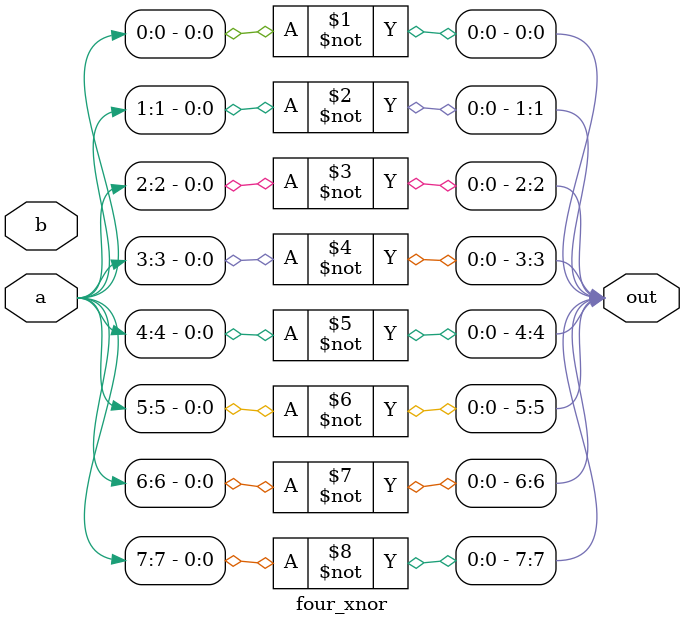
<source format=v>
`timescale 1ns / 1ps

`timescale 1ns / 1ps

module four_xnor(a, b, out);

input [7:0]a;
input [7:0]b;
output [7:0]out;

xnor  zero(out[0], a[0]);
xnor one(out[1], a[1]);
xnor two(out[2], a[2]);
xnor three(out[3], a[3]);
xnor four(out[4], a[4]);
xnor five(out[5], a[5]);
xnor six(out[6], a[6]);
xnor seven(out[7], a[7]);
endmodule
// When 0000 and 0000 at end, get 1111. Why?
</source>
